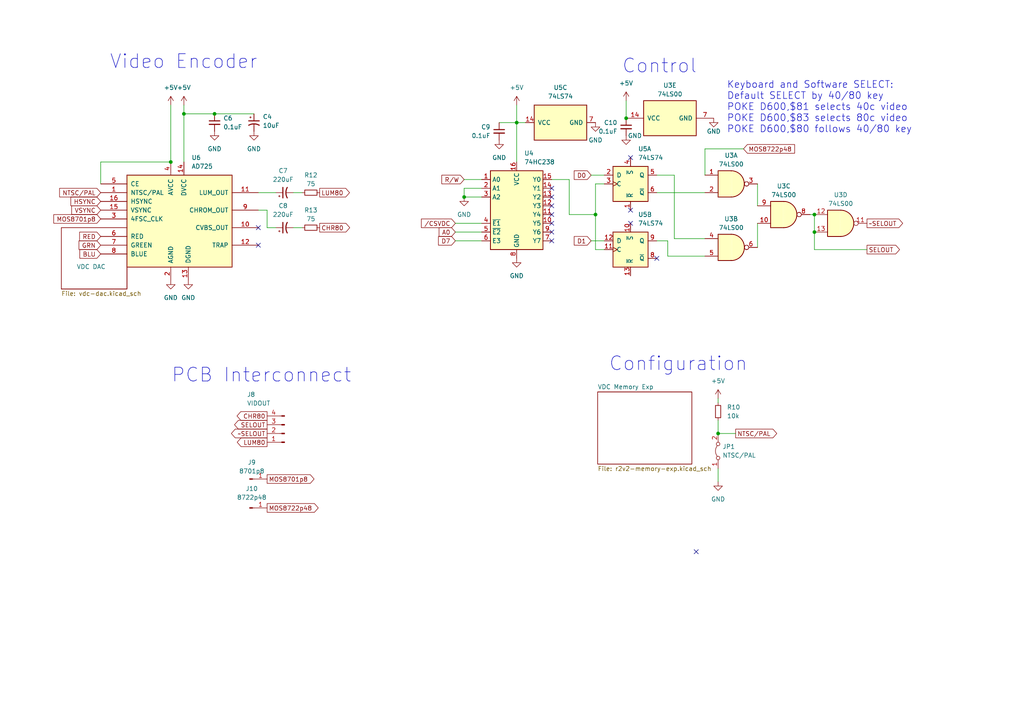
<source format=kicad_sch>
(kicad_sch (version 20230121) (generator eeschema)
  (paper "A4")
  (title_block (title "R2V2 - Commodore 128 Video Switcher") (date "2024-04-21") (rev "A") (company "©2024 Brian Holdsworth") (comment 1 "Many thanks to Steve Gray and Johan Grip for Technical help & Encouragement") (comment 2 "License CC-BY-SA 4.0") (comment 3 "Open Source Hardware"))
  (lib_symbols
    (symbol "74xx:74HC238"
      (property "Reference" "U" (at -7.62 13.97 0))
      (property "Value" "74HC238" (at 2.54 -11.43 0))
      (symbol "74HC238_0_1"
        (rectangle (start -7.62 12.7) (end 7.62 -10.16) (stroke (width 0.254)) (fill (type background)))
      )
      (symbol "74HC238_1_1"
        (pin input line (at -10.16 10.16 0) (length 2.54) (name "A0") (number "1"))
        (pin output line (at 10.16 -2.54 180) (length 2.54) (name "Y5") (number "10"))
        (pin output line (at 10.16 0 180) (length 2.54) (name "Y4") (number "11"))
        (pin output line (at 10.16 2.54 180) (length 2.54) (name "Y3") (number "12"))
        (pin output line (at 10.16 5.08 180) (length 2.54) (name "Y2") (number "13"))
        (pin output line (at 10.16 7.62 180) (length 2.54) (name "Y1") (number "14"))
        (pin output line (at 10.16 10.16 180) (length 2.54) (name "Y0") (number "15"))
        (pin power_in line (at 0 15.24 270) (length 2.54) (name "VCC") (number "16"))
        (pin input line (at -10.16 7.62 0) (length 2.54) (name "A1") (number "2"))
        (pin input line (at -10.16 5.08 0) (length 2.54) (name "A2") (number "3"))
        (pin input line (at -10.16 -2.54 0) (length 2.54) (name "~{E1}") (number "4"))
        (pin input line (at -10.16 -5.08 0) (length 2.54) (name "~{E2}") (number "5"))
        (pin input line (at -10.16 -7.62 0) (length 2.54) (name "E3") (number "6"))
        (pin output line (at 10.16 -7.62 180) (length 2.54) (name "Y7") (number "7"))
        (pin power_in line (at 0 -12.7 90) (length 2.54) (name "GND") (number "8"))
        (pin output line (at 10.16 -5.08 180) (length 2.54) (name "Y6") (number "9"))
      )
    )
    (symbol "74xx:74LS00" (pin_names (offset 1.016))
      (property "Reference" "U" (at 0 1.27 0))
      (property "Value" "74LS00" (at 0 -1.27 0))
      (symbol "74LS00_1_1"
        (arc (start 0 -3.81) (mid 3.7934 0) (end 0 3.81) (stroke (width 0.254)) (fill (type background)))
        (polyline (pts (xy 0 3.81) (xy -3.81 3.81) (xy -3.81 -3.81) (xy 0 -3.81)) (stroke (width 0.254)) (fill (type background)))
        (pin input line (at -7.62 2.54 0) (length 3.81) (name "~") (number "1"))
        (pin input line (at -7.62 -2.54 0) (length 3.81) (name "~") (number "2"))
        (pin output inverted (at 7.62 0 180) (length 3.81) (name "~") (number "3"))
      )
      (symbol "74LS00_1_2"
        (arc (start -3.81 -3.81) (mid -2.589 0) (end -3.81 3.81) (stroke (width 0.254)))
        (arc (start -0.6096 -3.81) (mid 2.1842 -2.5851) (end 3.81 0) (stroke (width 0.254)) (fill (type background)))
        (polyline (pts (xy -3.81 -3.81) (xy -0.635 -3.81)) (stroke (width 0.254)) (fill (type background)))
        (polyline (pts (xy -3.81 3.81) (xy -0.635 3.81)) (stroke (width 0.254)) (fill (type background)))
        (polyline (pts (xy -0.635 3.81) (xy -3.81 3.81) (xy -3.81 3.81) (xy -3.556 3.4036) (xy -3.0226 2.2606) (xy -2.6924 1.0414) (xy -2.6162 -0.254) (xy -2.7686 -1.4986) (xy -3.175 -2.7178) (xy -3.81 -3.81) (xy -3.81 -3.81) (xy -0.635 -3.81)) (stroke (width -25.4)) (fill (type background)))
        (arc (start 3.81 0) (mid 2.1915 2.5936) (end -0.6096 3.81) (stroke (width 0.254)) (fill (type background)))
        (pin input inverted (at -7.62 2.54 0) (length 4.318) (name "~") (number "1"))
        (pin input inverted (at -7.62 -2.54 0) (length 4.318) (name "~") (number "2"))
        (pin output line (at 7.62 0 180) (length 3.81) (name "~") (number "3"))
      )
      (symbol "74LS00_2_1"
        (arc (start 0 -3.81) (mid 3.7934 0) (end 0 3.81) (stroke (width 0.254)) (fill (type background)))
        (polyline (pts (xy 0 3.81) (xy -3.81 3.81) (xy -3.81 -3.81) (xy 0 -3.81)) (stroke (width 0.254)) (fill (type background)))
        (pin input line (at -7.62 2.54 0) (length 3.81) (name "~") (number "4"))
        (pin input line (at -7.62 -2.54 0) (length 3.81) (name "~") (number "5"))
        (pin output inverted (at 7.62 0 180) (length 3.81) (name "~") (number "6"))
      )
      (symbol "74LS00_2_2"
        (arc (start -3.81 -3.81) (mid -2.589 0) (end -3.81 3.81) (stroke (width 0.254)))
        (arc (start -0.6096 -3.81) (mid 2.1842 -2.5851) (end 3.81 0) (stroke (width 0.254)) (fill (type background)))
        (polyline (pts (xy -3.81 -3.81) (xy -0.635 -3.81)) (stroke (width 0.254)) (fill (type background)))
        (polyline (pts (xy -3.81 3.81) (xy -0.635 3.81)) (stroke (width 0.254)) (fill (type background)))
        (polyline (pts (xy -0.635 3.81) (xy -3.81 3.81) (xy -3.81 3.81) (xy -3.556 3.4036) (xy -3.0226 2.2606) (xy -2.6924 1.0414) (xy -2.6162 -0.254) (xy -2.7686 -1.4986) (xy -3.175 -2.7178) (xy -3.81 -3.81) (xy -3.81 -3.81) (xy -0.635 -3.81)) (stroke (width -25.4)) (fill (type background)))
        (arc (start 3.81 0) (mid 2.1915 2.5936) (end -0.6096 3.81) (stroke (width 0.254)) (fill (type background)))
        (pin input inverted (at -7.62 2.54 0) (length 4.318) (name "~") (number "4"))
        (pin input inverted (at -7.62 -2.54 0) (length 4.318) (name "~") (number "5"))
        (pin output line (at 7.62 0 180) (length 3.81) (name "~") (number "6"))
      )
      (symbol "74LS00_3_1"
        (arc (start 0 -3.81) (mid 3.7934 0) (end 0 3.81) (stroke (width 0.254)) (fill (type background)))
        (polyline (pts (xy 0 3.81) (xy -3.81 3.81) (xy -3.81 -3.81) (xy 0 -3.81)) (stroke (width 0.254)) (fill (type background)))
        (pin input line (at -7.62 -2.54 0) (length 3.81) (name "~") (number "10"))
        (pin output inverted (at 7.62 0 180) (length 3.81) (name "~") (number "8"))
        (pin input line (at -7.62 2.54 0) (length 3.81) (name "~") (number "9"))
      )
      (symbol "74LS00_3_2"
        (arc (start -3.81 -3.81) (mid -2.589 0) (end -3.81 3.81) (stroke (width 0.254)))
        (arc (start -0.6096 -3.81) (mid 2.1842 -2.5851) (end 3.81 0) (stroke (width 0.254)) (fill (type background)))
        (polyline (pts (xy -3.81 -3.81) (xy -0.635 -3.81)) (stroke (width 0.254)) (fill (type background)))
        (polyline (pts (xy -3.81 3.81) (xy -0.635 3.81)) (stroke (width 0.254)) (fill (type background)))
        (polyline (pts (xy -0.635 3.81) (xy -3.81 3.81) (xy -3.81 3.81) (xy -3.556 3.4036) (xy -3.0226 2.2606) (xy -2.6924 1.0414) (xy -2.6162 -0.254) (xy -2.7686 -1.4986) (xy -3.175 -2.7178) (xy -3.81 -3.81) (xy -3.81 -3.81) (xy -0.635 -3.81)) (stroke (width -25.4)) (fill (type background)))
        (arc (start 3.81 0) (mid 2.1915 2.5936) (end -0.6096 3.81) (stroke (width 0.254)) (fill (type background)))
        (pin input inverted (at -7.62 -2.54 0) (length 4.318) (name "~") (number "10"))
        (pin output line (at 7.62 0 180) (length 3.81) (name "~") (number "8"))
        (pin input inverted (at -7.62 2.54 0) (length 4.318) (name "~") (number "9"))
      )
      (symbol "74LS00_4_1"
        (arc (start 0 -3.81) (mid 3.7934 0) (end 0 3.81) (stroke (width 0.254)) (fill (type background)))
        (polyline (pts (xy 0 3.81) (xy -3.81 3.81) (xy -3.81 -3.81) (xy 0 -3.81)) (stroke (width 0.254)) (fill (type background)))
        (pin output inverted (at 7.62 0 180) (length 3.81) (name "~") (number "11"))
        (pin input line (at -7.62 2.54 0) (length 3.81) (name "~") (number "12"))
        (pin input line (at -7.62 -2.54 0) (length 3.81) (name "~") (number "13"))
      )
      (symbol "74LS00_4_2"
        (arc (start -3.81 -3.81) (mid -2.589 0) (end -3.81 3.81) (stroke (width 0.254)))
        (arc (start -0.6096 -3.81) (mid 2.1842 -2.5851) (end 3.81 0) (stroke (width 0.254)) (fill (type background)))
        (polyline (pts (xy -3.81 -3.81) (xy -0.635 -3.81)) (stroke (width 0.254)) (fill (type background)))
        (polyline (pts (xy -3.81 3.81) (xy -0.635 3.81)) (stroke (width 0.254)) (fill (type background)))
        (polyline (pts (xy -0.635 3.81) (xy -3.81 3.81) (xy -3.81 3.81) (xy -3.556 3.4036) (xy -3.0226 2.2606) (xy -2.6924 1.0414) (xy -2.6162 -0.254) (xy -2.7686 -1.4986) (xy -3.175 -2.7178) (xy -3.81 -3.81) (xy -3.81 -3.81) (xy -0.635 -3.81)) (stroke (width -25.4)) (fill (type background)))
        (arc (start 3.81 0) (mid 2.1915 2.5936) (end -0.6096 3.81) (stroke (width 0.254)) (fill (type background)))
        (pin output line (at 7.62 0 180) (length 3.81) (name "~") (number "11"))
        (pin input inverted (at -7.62 2.54 0) (length 4.318) (name "~") (number "12"))
        (pin input inverted (at -7.62 -2.54 0) (length 4.318) (name "~") (number "13"))
      )
      (symbol "74LS00_5_0"
        (pin power_in line (at 0 12.7 270) (length 5.08) (name "VCC") (number "14"))
        (pin power_in line (at 0 -12.7 90) (length 5.08) (name "GND") (number "7"))
      )
      (symbol "74LS00_5_1"
        (rectangle (start -5.08 7.62) (end 5.08 -7.62) (stroke (width 0.254)) (fill (type background)))
      )
    )
    (symbol "74xx:74LS74" (pin_names (offset 1.016))
      (property "Reference" "U" (at -7.62 8.89 0))
      (property "Value" "74LS74" (at -7.62 -8.89 0))
      (symbol "74LS74_1_0"
        (pin input line (at 0 -7.62 90) (length 2.54) (name "~{R}") (number "1"))
        (pin input line (at -7.62 2.54 0) (length 2.54) (name "D") (number "2"))
        (pin input clock (at -7.62 0 0) (length 2.54) (name "C") (number "3"))
        (pin input line (at 0 7.62 270) (length 2.54) (name "~{S}") (number "4"))
        (pin output line (at 7.62 2.54 180) (length 2.54) (name "Q") (number "5"))
        (pin output line (at 7.62 -2.54 180) (length 2.54) (name "~{Q}") (number "6"))
      )
      (symbol "74LS74_1_1"
        (rectangle (start -5.08 5.08) (end 5.08 -5.08) (stroke (width 0.254)) (fill (type background)))
      )
      (symbol "74LS74_2_0"
        (pin input line (at 0 7.62 270) (length 2.54) (name "~{S}") (number "10"))
        (pin input clock (at -7.62 0 0) (length 2.54) (name "C") (number "11"))
        (pin input line (at -7.62 2.54 0) (length 2.54) (name "D") (number "12"))
        (pin input line (at 0 -7.62 90) (length 2.54) (name "~{R}") (number "13"))
        (pin output line (at 7.62 -2.54 180) (length 2.54) (name "~{Q}") (number "8"))
        (pin output line (at 7.62 2.54 180) (length 2.54) (name "Q") (number "9"))
      )
      (symbol "74LS74_2_1"
        (rectangle (start -5.08 5.08) (end 5.08 -5.08) (stroke (width 0.254)) (fill (type background)))
      )
      (symbol "74LS74_3_0"
        (pin power_in line (at 0 10.16 270) (length 2.54) (name "VCC") (number "14"))
        (pin power_in line (at 0 -10.16 90) (length 2.54) (name "GND") (number "7"))
      )
      (symbol "74LS74_3_1"
        (rectangle (start -5.08 7.62) (end 5.08 -7.62) (stroke (width 0.254)) (fill (type background)))
      )
    )
    (symbol "Connector:Conn_01x01_Pin" (pin_names (offset 1.016) hide)
      (property "Reference" "J" (at 0 2.54 0))
      (property "Value" "Conn_01x01_Pin" (at 0 -2.54 0))
      (symbol "Conn_01x01_Pin_1_1"
        (polyline (pts (xy 1.27 0) (xy 0.8636 0)) (stroke (width 0.1524)))
        (rectangle (start 0.8636 0.127) (end 0 -0.127) (stroke (width 0.1524)) (fill (type outline)))
        (pin passive line (at 5.08 0 180) (length 3.81) (name "Pin_1") (number "1"))
      )
    )
    (symbol "Connector:Conn_01x04_Pin" (pin_names (offset 1.016) hide)
      (property "Reference" "J" (at 0 5.08 0))
      (property "Value" "Conn_01x04_Pin" (at 0 -7.62 0))
      (symbol "Conn_01x04_Pin_1_1"
        (polyline (pts (xy 1.27 -5.08) (xy 0.8636 -5.08)) (stroke (width 0.1524)))
        (polyline (pts (xy 1.27 -2.54) (xy 0.8636 -2.54)) (stroke (width 0.1524)))
        (polyline (pts (xy 1.27 0) (xy 0.8636 0)) (stroke (width 0.1524)))
        (polyline (pts (xy 1.27 2.54) (xy 0.8636 2.54)) (stroke (width 0.1524)))
        (rectangle (start 0.8636 -4.953) (end 0 -5.207) (stroke (width 0.1524)) (fill (type outline)))
        (rectangle (start 0.8636 -2.413) (end 0 -2.667) (stroke (width 0.1524)) (fill (type outline)))
        (rectangle (start 0.8636 0.127) (end 0 -0.127) (stroke (width 0.1524)) (fill (type outline)))
        (rectangle (start 0.8636 2.667) (end 0 2.413) (stroke (width 0.1524)) (fill (type outline)))
        (pin passive line (at 5.08 2.54 180) (length 3.81) (name "Pin_1") (number "1"))
        (pin passive line (at 5.08 0 180) (length 3.81) (name "Pin_2") (number "2"))
        (pin passive line (at 5.08 -2.54 180) (length 3.81) (name "Pin_3") (number "3"))
        (pin passive line (at 5.08 -5.08 180) (length 3.81) (name "Pin_4") (number "4"))
      )
    )
    (symbol "Device:C_Polarized_Small_US" (pin_numbers hide) (pin_names (offset 0.254) hide)
      (property "Reference" "C" (at 0.254 1.778 0))
      (property "Value" "C_Polarized_Small_US" (at 0.254 -2.032 0))
      (symbol "C_Polarized_Small_US_0_1"
        (polyline (pts (xy -1.524 0.508) (xy 1.524 0.508)) (stroke (width 0.3048)))
        (polyline (pts (xy -1.27 1.524) (xy -0.762 1.524)))
        (polyline (pts (xy -1.016 1.27) (xy -1.016 1.778)))
        (arc (start 1.524 -0.762) (mid 0 -0.3734) (end -1.524 -0.762) (stroke (width 0.3048)))
      )
      (symbol "C_Polarized_Small_US_1_1"
        (pin passive line (at 0 2.54 270) (length 2.032) (name "~") (number "1"))
        (pin passive line (at 0 -2.54 90) (length 2.032) (name "~") (number "2"))
      )
    )
    (symbol "Device:C_Small" (pin_numbers hide) (pin_names (offset 0.254) hide)
      (property "Reference" "C" (at 0.254 1.778 0))
      (property "Value" "C_Small" (at 0.254 -2.032 0))
      (symbol "C_Small_0_1"
        (polyline (pts (xy -1.524 -0.508) (xy 1.524 -0.508)) (stroke (width 0.3302)))
        (polyline (pts (xy -1.524 0.508) (xy 1.524 0.508)) (stroke (width 0.3048)))
      )
      (symbol "C_Small_1_1"
        (pin passive line (at 0 2.54 270) (length 2.032) (name "~") (number "1"))
        (pin passive line (at 0 -2.54 90) (length 2.032) (name "~") (number "2"))
      )
    )
    (symbol "Device:R_Small" (pin_numbers hide) (pin_names (offset 0.254) hide)
      (property "Reference" "R" (at 0.762 0.508 0))
      (property "Value" "R_Small" (at 0.762 -1.016 0))
      (symbol "R_Small_0_1"
        (rectangle (start -0.762 1.778) (end 0.762 -1.778) (stroke (width 0.2032)))
      )
      (symbol "R_Small_1_1"
        (pin passive line (at 0 2.54 270) (length 0.762) (name "~") (number "1"))
        (pin passive line (at 0 -2.54 90) (length 0.762) (name "~") (number "2"))
      )
    )
    (symbol "Jumper:Jumper_2_Bridged" (pin_names (offset 0) hide)
      (property "Reference" "JP" (at 0 1.905 0))
      (property "Value" "Jumper_2_Bridged" (at 0 -2.54 0))
      (symbol "Jumper_2_Bridged_0_0"
        (circle (center -2.032 0) (radius 0.508))
        (circle (center 2.032 0) (radius 0.508))
      )
      (symbol "Jumper_2_Bridged_0_1"
        (arc (start 1.524 0.254) (mid 0 0.762) (end -1.524 0.254))
      )
      (symbol "Jumper_2_Bridged_1_1"
        (pin passive line (at -5.08 0 0) (length 2.54) (name "A") (number "1"))
        (pin passive line (at 5.08 0 180) (length 2.54) (name "B") (number "2"))
      )
    )
    (symbol "Video:AD725" (pin_names (offset 1.016))
      (property "Reference" "U" (at -13.97 13.97 0))
      (property "Value" "AD725" (at 12.7 13.97 0))
      (symbol "AD725_0_1"
        (rectangle (start -15.24 12.7) (end 15.24 -13.97) (stroke (width 0.254)) (fill (type background)))
      )
      (symbol "AD725_1_1"
        (pin input line (at -22.86 7.62 0) (length 7.62) (name "NTSC/PAL") (number "1"))
        (pin output line (at 22.86 -2.54 180) (length 7.62) (name "CVBS_OUT") (number "10"))
        (pin output line (at 22.86 7.62 180) (length 7.62) (name "LUM_OUT") (number "11"))
        (pin input line (at 22.86 -7.62 180) (length 7.62) (name "TRAP") (number "12"))
        (pin power_in line (at 2.54 -17.78 90) (length 3.81) (name "DGND") (number "13"))
        (pin power_in line (at 1.27 16.51 270) (length 3.81) (name "DVCC") (number "14"))
        (pin input line (at -22.86 2.54 0) (length 7.62) (name "VSYNC") (number "15"))
        (pin input line (at -22.86 5.08 0) (length 7.62) (name "HSYNC") (number "16"))
        (pin power_in line (at -2.54 -17.78 90) (length 3.81) (name "AGND") (number "2"))
        (pin input line (at -22.86 0 0) (length 7.62) (name "4FSC_CLK") (number "3"))
        (pin power_in line (at -2.54 16.51 270) (length 3.81) (name "AVCC") (number "4"))
        (pin power_in line (at -22.86 10.16 0) (length 7.62) (name "CE") (number "5"))
        (pin input line (at -22.86 -5.08 0) (length 7.62) (name "RED") (number "6"))
        (pin input line (at -22.86 -7.62 0) (length 7.62) (name "GREEN") (number "7"))
        (pin input line (at -22.86 -10.16 0) (length 7.62) (name "BLUE") (number "8"))
        (pin output line (at 22.86 2.54 180) (length 7.62) (name "CHROM_OUT") (number "9"))
      )
    )
    (symbol "power:+5V" (power) (pin_names (offset 0))
      (property "Value" "+5V" (at 0 3.556 0))
      (symbol "+5V_0_1"
        (polyline (pts (xy -0.762 1.27) (xy 0 2.54)))
        (polyline (pts (xy 0 0) (xy 0 2.54)))
        (polyline (pts (xy 0 2.54) (xy 0.762 1.27)))
      )
      (symbol "+5V_1_1"
        (pin power_in line (at 0 0 90) (length 0) hide (name "+5V") (number "1"))
      )
    )
    (symbol "power:GND" (power) (pin_names (offset 0))
      (property "Value" "GND" (at 0 -3.81 0))
      (symbol "GND_0_1"
        (polyline (pts (xy 0 0) (xy 0 -1.27) (xy 1.27 -1.27) (xy 0 -2.54) (xy -1.27 -1.27) (xy 0 -1.27)))
      )
      (symbol "GND_1_1"
        (pin power_in line (at 0 0 270) (length 0) hide (name "GND") (number "1"))
      )
    )
  )
  (junction (at 208.28 125.73))
  (junction (at 236.22 67.31))
  (junction (at 172.72 62.23))
  (junction (at 181.61 34.29))
  (junction (at 53.34 33.02))
  (junction (at 134.62 57.15))
  (junction (at 62.23 33.02))
  (junction (at 236.22 62.23))
  (junction (at 149.86 35.56))
  (junction (at 49.53 46.99))
  (no_connect (at 201.93 160.02))
  (no_connect (at 182.88 64.77))
  (no_connect (at 160.02 67.31))
  (no_connect (at 182.88 45.72))
  (no_connect (at 160.02 54.61))
  (no_connect (at 190.5 74.93))
  (no_connect (at 160.02 59.69))
  (no_connect (at 160.02 64.77))
  (no_connect (at 160.02 69.85))
  (no_connect (at 160.02 62.23))
  (no_connect (at 182.88 60.96))
  (no_connect (at 160.02 57.15))
  (no_connect (at 74.93 66.04))
  (no_connect (at 74.93 71.12))
  (wire (pts (xy 134.62 52.07) (xy 139.7 52.07)))
  (wire (pts (xy 132.08 67.31) (xy 139.7 67.31)))
  (wire (pts (xy 85.09 55.88) (xy 87.63 55.88)))
  (wire (pts (xy 219.71 71.755) (xy 219.71 64.77)))
  (wire (pts (xy 213.36 125.73) (xy 208.28 125.73)))
  (wire (pts (xy 132.08 69.85) (xy 139.7 69.85)))
  (wire (pts (xy 149.86 35.56) (xy 149.86 46.99)))
  (wire (pts (xy 193.675 69.85) (xy 193.675 74.295)))
  (wire (pts (xy 134.62 54.61) (xy 134.62 57.15)))
  (wire (pts (xy 74.93 55.88) (xy 80.01 55.88)))
  (wire (pts (xy 251.46 72.39) (xy 236.22 72.39)))
  (wire (pts (xy 62.23 33.02) (xy 73.66 33.02)))
  (wire (pts (xy 53.34 30.48) (xy 53.34 33.02)))
  (wire (pts (xy 53.34 33.02) (xy 62.23 33.02)))
  (wire (pts (xy 49.53 30.48) (xy 49.53 46.99)))
  (wire (pts (xy 208.28 115.57) (xy 208.28 116.84)))
  (wire (pts (xy 77.47 60.96) (xy 77.47 66.04)))
  (wire (pts (xy 132.08 64.77) (xy 139.7 64.77)))
  (wire (pts (xy 181.61 29.21) (xy 181.61 34.29)))
  (wire (pts (xy 172.72 53.34) (xy 172.72 62.23)))
  (wire (pts (xy 190.5 55.88) (xy 204.47 55.88)))
  (wire (pts (xy 208.28 121.92) (xy 208.28 125.73)))
  (wire (pts (xy 171.45 50.8) (xy 175.26 50.8)))
  (wire (pts (xy 85.09 66.04) (xy 87.63 66.04)))
  (wire (pts (xy 29.21 46.99) (xy 49.53 46.99)))
  (wire (pts (xy 160.02 52.07) (xy 165.1 52.07)))
  (wire (pts (xy 149.86 30.48) (xy 149.86 35.56)))
  (wire (pts (xy 190.5 50.8) (xy 195.58 50.8)))
  (wire (pts (xy 29.21 46.99) (xy 29.21 53.34)))
  (wire (pts (xy 234.95 62.23) (xy 236.22 62.23)))
  (wire (pts (xy 53.34 33.02) (xy 53.34 46.99)))
  (wire (pts (xy 165.1 62.23) (xy 172.72 62.23)))
  (wire (pts (xy 219.71 53.34) (xy 219.71 59.69)))
  (wire (pts (xy 190.5 69.85) (xy 193.675 69.85)))
  (wire (pts (xy 165.1 52.07) (xy 165.1 62.23)))
  (wire (pts (xy 215.646 43.18) (xy 204.47 43.18)))
  (wire (pts (xy 149.86 35.56) (xy 152.4 35.56)))
  (wire (pts (xy 193.675 74.295) (xy 204.47 74.295)))
  (wire (pts (xy 134.62 54.61) (xy 139.7 54.61)))
  (wire (pts (xy 195.58 50.8) (xy 195.58 69.215)))
  (wire (pts (xy 172.72 72.39) (xy 175.26 72.39)))
  (wire (pts (xy 77.47 66.04) (xy 80.01 66.04)))
  (wire (pts (xy 172.72 53.34) (xy 175.26 53.34)))
  (wire (pts (xy 134.62 57.15) (xy 139.7 57.15)))
  (wire (pts (xy 144.78 35.56) (xy 149.86 35.56)))
  (wire (pts (xy 172.72 62.23) (xy 172.72 72.39)))
  (wire (pts (xy 208.28 135.89) (xy 208.28 139.7)))
  (wire (pts (xy 74.93 60.96) (xy 77.47 60.96)))
  (wire (pts (xy 236.22 72.39) (xy 236.22 67.31)))
  (wire (pts (xy 204.47 43.18) (xy 204.47 50.8)))
  (wire (pts (xy 236.22 67.31) (xy 236.22 62.23)))
  (wire (pts (xy 195.58 69.215) (xy 204.47 69.215)))
  (wire (pts (xy 171.45 69.85) (xy 175.26 69.85)))
  (text "Control" (at 180.34 21.59 0) (effects (font (size 4 4)) (justify left bottom)))
  (text "Video Encoder" (at 31.75 20.32 0) (effects (font (size 4 4)) (justify left bottom)))
  (text "Keyboard and Software SELECT:\nDefault SELECT by 40/80 key\nPOKE D600,$81 selects 40c video\nPOKE D600,$83 selects 80c video\nPOKE D600,$80 follows 40/80 key" (at 210.82 38.735 0) (effects (font (size 2 2)) (justify left bottom)))
  (text "Configuration" (at 176.53 107.95 0) (effects (font (size 4 4)) (justify left bottom)))
  (text "PCB Interconnect" (at 49.657 111.252 0) (effects (font (size 4 4)) (justify left bottom)))
  (global_label "CHR80" (shape output) (at 77.47 120.65 180) (property "Intersheetrefs" "${INTERSHEET_REFS}" (effects hide)))
  (global_label "~SELOUT" (shape output) (at 77.47 125.73 180) (property "Intersheetrefs" "${INTERSHEET_REFS}" (effects hide)))
  (global_label "D0" (shape input) (at 171.45 50.8 180) (property "Intersheetrefs" "${INTERSHEET_REFS}" (effects hide)))
  (global_label "D7" (shape input) (at 132.08 69.85 180) (property "Intersheetrefs" "${INTERSHEET_REFS}" (effects hide)))
  (global_label "NTSC{slash}PAL" (shape output) (at 213.36 125.73 0) (property "Intersheetrefs" "${INTERSHEET_REFS}" (effects hide)))
  (global_label "VSYNC" (shape input) (at 29.21 60.96 180) (property "Intersheetrefs" "${INTERSHEET_REFS}" (effects hide)))
  (global_label "MOS8722p48" (shape output) (at 77.47 147.32 0) (property "Intersheetrefs" "${INTERSHEET_REFS}" (effects hide)))
  (global_label "LUM80" (shape output) (at 92.71 55.88 0) (property "Intersheetrefs" "${INTERSHEET_REFS}" (effects hide)))
  (global_label "MOS8701p8" (shape output) (at 77.47 138.938 0) (property "Intersheetrefs" "${INTERSHEET_REFS}" (effects hide)))
  (global_label "LUM80" (shape output) (at 77.47 128.27 180) (property "Intersheetrefs" "${INTERSHEET_REFS}" (effects hide)))
  (global_label "HSYNC" (shape input) (at 29.21 58.42 180) (property "Intersheetrefs" "${INTERSHEET_REFS}" (effects hide)))
  (global_label "SELOUT" (shape output) (at 77.47 123.19 180) (property "Intersheetrefs" "${INTERSHEET_REFS}" (effects hide)))
  (global_label "GRN" (shape input) (at 29.21 71.12 180) (property "Intersheetrefs" "${INTERSHEET_REFS}" (effects hide)))
  (global_label "{slash}CSVDC" (shape input) (at 132.08 64.77 180) (property "Intersheetrefs" "${INTERSHEET_REFS}" (effects hide)))
  (global_label "CHR80" (shape output) (at 92.71 66.04 0) (property "Intersheetrefs" "${INTERSHEET_REFS}" (effects hide)))
  (global_label "~SELOUT" (shape output) (at 251.46 64.77 0) (property "Intersheetrefs" "${INTERSHEET_REFS}" (effects hide)))
  (global_label "A0" (shape input) (at 132.08 67.31 180) (property "Intersheetrefs" "${INTERSHEET_REFS}" (effects hide)))
  (global_label "MOS8722p48" (shape input) (at 215.646 43.18 0) (property "Intersheetrefs" "${INTERSHEET_REFS}" (effects hide)))
  (global_label "MOS8701p8" (shape input) (at 29.21 63.5 180) (property "Intersheetrefs" "${INTERSHEET_REFS}" (effects hide)))
  (global_label "SELOUT" (shape output) (at 251.46 72.39 0) (property "Intersheetrefs" "${INTERSHEET_REFS}" (effects hide)))
  (global_label "D1" (shape input) (at 171.45 69.85 180) (property "Intersheetrefs" "${INTERSHEET_REFS}" (effects hide)))
  (global_label "NTSC{slash}PAL" (shape input) (at 29.21 55.88 180) (property "Intersheetrefs" "${INTERSHEET_REFS}" (effects hide)))
  (global_label "R{slash}W" (shape input) (at 134.62 52.07 180) (property "Intersheetrefs" "${INTERSHEET_REFS}" (effects hide)))
  (global_label "RED" (shape input) (at 29.21 68.58 180) (property "Intersheetrefs" "${INTERSHEET_REFS}" (effects hide)))
  (global_label "BLU" (shape input) (at 29.21 73.66 180) (property "Intersheetrefs" "${INTERSHEET_REFS}" (effects hide)))
  (symbol (lib_id "74xx:74HC238") (at 149.86 62.23 0) (unit 1)
    (property "Reference" "U4" (at 152.0541 44.45 0) (effects (justify left)))
    (property "Value" "74HC238" (at 152.0541 46.99 0) (effects (justify left)))
    (property "Footprint" "Package_SO:SOIC-16_3.9x9.9mm_P1.27mm" (effects hide))
    (property "Datasheet" "https://www.ti.com/lit/ds/symlink/cd74hc238.pdf" (effects hide))
  )
  (symbol (lib_id "Device:C_Polarized_Small_US") (at 73.66 35.56 0) (unit 1)
    (property "Reference" "C4" (at 76.2 33.8582 0) (effects (justify left)))
    (property "Value" "10uF" (at 76.2 36.3982 0) (effects (justify left)))
    (property "Footprint" "Capacitor_SMD:C_1206_3216Metric" (effects hide))
  )
  (symbol (lib_id "power:GND") (at 172.72 35.56 0) (unit 1)
    (property "Reference" "#PWR031" (effects hide))
    (property "Value" "GND" (at 172.72 40.64 0))
  )
  (symbol (lib_id "power:+5V") (at 208.28 115.57 0) (unit 1)
    (property "Reference" "#PWR06" (effects hide))
    (property "Value" "+5V" (at 208.28 110.49 0))
  )
  (symbol (lib_id "power:+5V") (at 181.61 29.21 0) (unit 1)
    (property "Reference" "#PWR034" (effects hide))
    (property "Value" "+5V" (at 181.61 24.13 0))
  )
  (symbol (lib_id "Device:R_Small") (at 90.17 66.04 270) (unit 1)
    (property "Reference" "R13" (at 90.17 60.96 90))
    (property "Value" "75" (at 90.17 63.5 90))
    (property "Footprint" "Resistor_SMD:R_1206_3216Metric" (effects hide))
  )
  (symbol (lib_id "Device:R_Small") (at 208.28 119.38 0) (unit 1)
    (property "Reference" "R10" (at 210.82 118.11 0) (effects (justify left)))
    (property "Value" "10k" (at 210.82 120.65 0) (effects (justify left)))
    (property "Footprint" "Resistor_SMD:R_1206_3216Metric" (effects hide))
  )
  (symbol (lib_id "74xx:74LS00") (at 194.31 34.29 90) (unit 5)
    (property "Reference" "U3" (at 194.31 24.765 90))
    (property "Value" "74LS00" (at 194.31 27.305 90))
    (property "Footprint" "Package_SO:SOIC-14_3.9x8.7mm_P1.27mm" (effects hide))
    (property "Datasheet" "http://www.ti.com/lit/gpn/sn74ls00" (effects hide))
  )
  (symbol (lib_id "Device:C_Small") (at 181.61 36.83 0) (mirror y) (unit 1)
    (property "Reference" "C10" (at 179.07 35.5663 0) (effects (justify left)))
    (property "Value" "0.1uF" (at 179.07 38.1063 0) (effects (justify left)))
    (property "Footprint" "Capacitor_SMD:C_1206_3216Metric" (effects hide))
  )
  (symbol (lib_id "power:+5V") (at 53.34 30.48 0) (unit 1)
    (property "Reference" "#PWR011" (effects hide))
    (property "Value" "+5V" (at 53.34 25.4 0))
  )
  (symbol (lib_id "Connector:Conn_01x01_Pin") (at 72.39 147.32 0) (unit 1)
    (property "Reference" "J10" (at 73.025 141.732 0))
    (property "Value" "8722p48" (at 73.025 144.272 0))
    (property "Footprint" "Connector_PinHeader_2.54mm:PinHeader_1x01_P2.54mm_Vertical" (effects hide))
  )
  (symbol (lib_id "74xx:74LS00") (at 227.33 62.23 0) (unit 3)
    (property "Reference" "U3" (at 227.3217 53.975 0))
    (property "Value" "74LS00" (at 227.3217 56.515 0))
    (property "Footprint" "Package_SO:SOIC-14_3.9x8.7mm_P1.27mm" (effects hide))
    (property "Datasheet" "http://www.ti.com/lit/gpn/sn74ls00" (effects hide))
  )
  (symbol (lib_id "power:GND") (at 208.28 139.7 0) (unit 1)
    (property "Reference" "#PWR07" (effects hide))
    (property "Value" "GND" (at 208.28 144.78 0))
  )
  (symbol (lib_id "power:GND") (at 73.66 38.1 0) (unit 1)
    (property "Reference" "#PWR09" (effects hide))
    (property "Value" "GND" (at 73.66 43.18 0))
  )
  (symbol (lib_id "Device:R_Small") (at 90.17 55.88 270) (unit 1)
    (property "Reference" "R12" (at 90.17 50.8 90))
    (property "Value" "75" (at 90.17 53.34 90))
    (property "Footprint" "Resistor_SMD:R_1206_3216Metric" (effects hide))
  )
  (symbol (lib_id "74xx:74LS00") (at 212.09 53.34 0) (unit 1)
    (property "Reference" "U3" (at 212.0817 45.085 0))
    (property "Value" "74LS00" (at 212.0817 47.625 0))
    (property "Footprint" "Package_SO:SOIC-14_3.9x8.7mm_P1.27mm" (effects hide))
    (property "Datasheet" "http://www.ti.com/lit/gpn/sn74ls00" (effects hide))
  )
  (symbol (lib_id "power:GND") (at 149.86 74.93 0) (unit 1)
    (property "Reference" "#PWR032" (effects hide))
    (property "Value" "GND" (at 149.86 80.01 0))
  )
  (symbol (lib_id "Device:C_Polarized_Small_US") (at 82.55 66.04 90) (unit 1)
    (property "Reference" "C8" (at 82.1182 59.69 90))
    (property "Value" "220uF" (at 82.1182 62.23 90))
    (property "Footprint" "Capacitor_SMD:C_1206_3216Metric" (effects hide))
  )
  (symbol (lib_id "power:GND") (at 54.61 81.28 0) (unit 1)
    (property "Reference" "#PWR03" (effects hide))
    (property "Value" "GND" (at 54.61 86.36 0))
  )
  (symbol (lib_id "74xx:74LS74") (at 162.56 35.56 90) (unit 3)
    (property "Reference" "U5" (at 162.56 25.4 90))
    (property "Value" "74LS74" (at 162.56 27.94 90))
    (property "Footprint" "Package_SO:SO-14_3.9x8.65mm_P1.27mm" (effects hide))
    (property "Datasheet" "74xx/74hc_hct74.pdf" (effects hide))
  )
  (symbol (lib_id "power:GND") (at 207.01 34.29 0) (unit 1)
    (property "Reference" "#PWR028" (effects hide))
    (property "Value" "GND" (at 207.01 38.1 0))
  )
  (symbol (lib_id "Connector:Conn_01x04_Pin") (at 82.55 125.73 180) (unit 1)
    (property "Reference" "J8" (at 71.628 114.427 0) (effects (justify right)))
    (property "Value" "VIDOUT" (at 71.628 116.967 0) (effects (justify right)))
    (property "Footprint" "Connector_PinHeader_2.54mm:PinHeader_1x04_P2.54mm_Vertical" (effects hide))
  )
  (symbol (lib_id "Device:C_Small") (at 62.23 35.56 0) (unit 1)
    (property "Reference" "C6" (at 64.77 34.2963 0) (effects (justify left)))
    (property "Value" "0.1uF" (at 64.77 36.8363 0) (effects (justify left)))
    (property "Footprint" "Capacitor_SMD:C_1206_3216Metric" (effects hide))
  )
  (symbol (lib_id "power:GND") (at 134.62 57.15 0) (unit 1)
    (property "Reference" "#PWR01" (effects hide))
    (property "Value" "GND" (at 134.62 62.23 0))
  )
  (symbol (lib_id "power:GND") (at 181.61 39.37 0) (unit 1)
    (property "Reference" "#PWR045" (effects hide))
    (property "Value" "GND" (at 184.15 39.37 0))
  )
  (symbol (lib_id "Device:C_Small") (at 144.78 38.1 0) (mirror y) (unit 1)
    (property "Reference" "C9" (at 142.24 36.8363 0) (effects (justify left)))
    (property "Value" "0.1uF" (at 142.24 39.3763 0) (effects (justify left)))
    (property "Footprint" "Capacitor_SMD:C_1206_3216Metric" (effects hide))
  )
  (symbol (lib_id "74xx:74LS00") (at 243.84 64.77 0) (unit 4)
    (property "Reference" "U3" (at 243.8317 56.515 0))
    (property "Value" "74LS00" (at 243.8317 59.055 0))
    (property "Footprint" "Package_SO:SOIC-14_3.9x8.7mm_P1.27mm" (effects hide))
    (property "Datasheet" "http://www.ti.com/lit/gpn/sn74ls00" (effects hide))
  )
  (symbol (lib_id "74xx:74LS00") (at 212.09 71.755 0) (unit 2)
    (property "Reference" "U3" (at 212.0817 63.5 0))
    (property "Value" "74LS00" (at 212.0817 66.04 0))
    (property "Footprint" "Package_SO:SOIC-14_3.9x8.7mm_P1.27mm" (effects hide))
    (property "Datasheet" "http://www.ti.com/lit/gpn/sn74ls00" (effects hide))
  )
  (symbol (lib_id "74xx:74LS74") (at 182.88 53.34 0) (unit 1)
    (property "Reference" "U5" (at 185.0741 43.18 0) (effects (justify left)))
    (property "Value" "74LS74" (at 185.0741 45.72 0) (effects (justify left)))
    (property "Footprint" "Package_SO:SO-14_3.9x8.65mm_P1.27mm" (effects hide))
    (property "Datasheet" "74xx/74hc_hct74.pdf" (effects hide))
  )
  (symbol (lib_id "Connector:Conn_01x01_Pin") (at 72.39 138.938 0) (unit 1)
    (property "Reference" "J9" (at 73.025 134.112 0))
    (property "Value" "8701p8" (at 73.025 136.652 0))
    (property "Footprint" "Connector_PinHeader_2.54mm:PinHeader_1x01_P2.54mm_Vertical" (effects hide))
  )
  (symbol (lib_id "power:+5V") (at 49.53 30.48 0) (unit 1)
    (property "Reference" "#PWR010" (effects hide))
    (property "Value" "+5V" (at 49.53 25.4 0))
  )
  (symbol (lib_id "Device:C_Polarized_Small_US") (at 82.55 55.88 90) (unit 1)
    (property "Reference" "C7" (at 82.1182 49.53 90))
    (property "Value" "220uF" (at 82.1182 52.07 90))
    (property "Footprint" "Capacitor_SMD:C_1206_3216Metric" (effects hide))
  )
  (symbol (lib_id "Video:AD725") (at 52.07 63.5 0) (unit 1)
    (property "Reference" "U6" (at 55.5341 45.72 0) (effects (justify left)))
    (property "Value" "AD725" (at 55.5341 48.26 0) (effects (justify left)))
    (property "Footprint" "Package_SO:SOIC-16W_7.5x10.3mm_P1.27mm" (effects hide))
    (property "Datasheet" "https://www.analog.com/media/en/technical-documentation/data-sheets/AD725.pdf" (effects hide))
  )
  (symbol (lib_id "Jumper:Jumper_2_Bridged") (at 208.28 130.81 90) (unit 1)
    (property "Reference" "JP1" (at 209.55 129.54 90) (effects (justify right)))
    (property "Value" "NTSC/PAL" (at 209.55 132.08 90) (effects (justify right)))
    (property "Footprint" "Connector_PinHeader_1.27mm:PinHeader_1x02_P1.27mm_Vertical" (effects hide))
  )
  (symbol (lib_id "power:GND") (at 62.23 38.1 0) (unit 1)
    (property "Reference" "#PWR08" (effects hide))
    (property "Value" "GND" (at 62.23 43.18 0))
  )
  (symbol (lib_id "power:GND") (at 144.78 40.64 0) (unit 1)
    (property "Reference" "#PWR044" (effects hide))
    (property "Value" "GND" (at 144.78 45.72 0))
  )
  (symbol (lib_id "power:GND") (at 49.53 81.28 0) (unit 1)
    (property "Reference" "#PWR02" (effects hide))
    (property "Value" "GND" (at 49.53 86.36 0))
  )
  (symbol (lib_id "74xx:74LS74") (at 182.88 72.39 0) (unit 2)
    (property "Reference" "U5" (at 185.0741 62.23 0) (effects (justify left)))
    (property "Value" "74LS74" (at 185.0741 64.77 0) (effects (justify left)))
    (property "Footprint" "Package_SO:SO-14_3.9x8.65mm_P1.27mm" (effects hide))
    (property "Datasheet" "74xx/74hc_hct74.pdf" (effects hide))
  )
  (symbol (lib_id "power:+5V") (at 149.86 30.48 0) (unit 1)
    (property "Reference" "#PWR033" (effects hide))
    (property "Value" "+5V" (at 149.86 25.4 0))
  )
  (sheet (at 173.355 113.665) (size 27.305 20.955) (stroke (width 0.1524))
    (property "Sheetname" "VDC Memory Exp" (at 173.355 112.9534 0) (effects (justify left bottom)))
    (property "Sheetfile" "r2v2-memory-exp.kicad_sch" (at 173.355 135.2046 0) (effects (justify left top)))
  )
  (sheet (at 17.78 66.04) (size 19.05 17.78) (stroke (width 0.1524))
    (property "Sheetname" "VDC DAC" (at 22.225 78.105 0) (effects (justify left bottom)))
    (property "Sheetfile" "vdc-dac.kicad_sch" (at 17.78 84.4046 0) (effects (justify left top)))
  )
)
</source>
